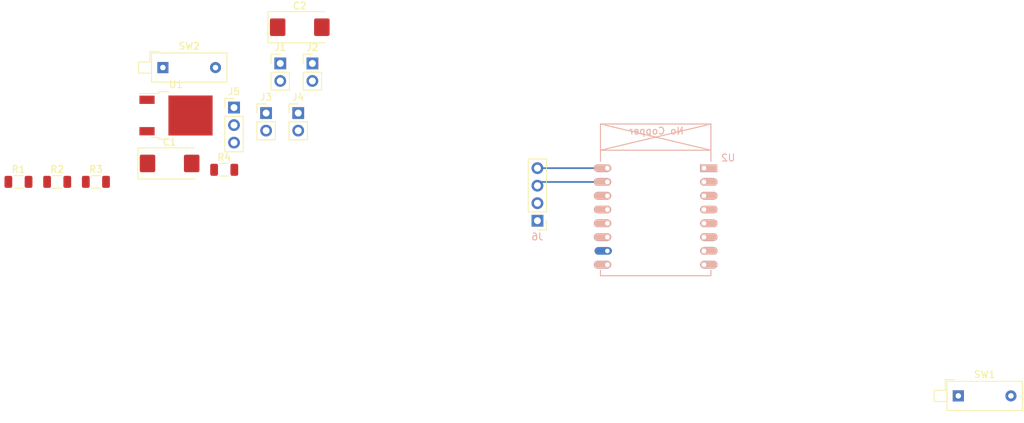
<source format=kicad_pcb>
(kicad_pcb (version 20171130) (host pcbnew 5.1.8-db9833491~88~ubuntu18.04.1)

  (general
    (thickness 1.6)
    (drawings 0)
    (tracks 3)
    (zones 0)
    (modules 16)
    (nets 18)
  )

  (page A4)
  (layers
    (0 F.Cu signal)
    (31 B.Cu signal)
    (32 B.Adhes user)
    (33 F.Adhes user)
    (34 B.Paste user)
    (35 F.Paste user)
    (36 B.SilkS user)
    (37 F.SilkS user)
    (38 B.Mask user)
    (39 F.Mask user)
    (40 Dwgs.User user)
    (41 Cmts.User user)
    (42 Eco1.User user)
    (43 Eco2.User user)
    (44 Edge.Cuts user)
    (45 Margin user)
    (46 B.CrtYd user)
    (47 F.CrtYd user)
    (48 B.Fab user)
    (49 F.Fab user)
  )

  (setup
    (last_trace_width 0.25)
    (trace_clearance 0.2)
    (zone_clearance 0.508)
    (zone_45_only no)
    (trace_min 0.2)
    (via_size 0.8)
    (via_drill 0.4)
    (via_min_size 0.4)
    (via_min_drill 0.3)
    (uvia_size 0.3)
    (uvia_drill 0.1)
    (uvias_allowed no)
    (uvia_min_size 0.2)
    (uvia_min_drill 0.1)
    (edge_width 0.05)
    (segment_width 0.2)
    (pcb_text_width 0.3)
    (pcb_text_size 1.5 1.5)
    (mod_edge_width 0.12)
    (mod_text_size 1 1)
    (mod_text_width 0.15)
    (pad_size 1.7 1.7)
    (pad_drill 1)
    (pad_to_mask_clearance 0)
    (aux_axis_origin 0 0)
    (visible_elements FFFFFF7F)
    (pcbplotparams
      (layerselection 0x010fc_ffffffff)
      (usegerberextensions false)
      (usegerberattributes true)
      (usegerberadvancedattributes true)
      (creategerberjobfile true)
      (excludeedgelayer true)
      (linewidth 0.100000)
      (plotframeref false)
      (viasonmask false)
      (mode 1)
      (useauxorigin false)
      (hpglpennumber 1)
      (hpglpenspeed 20)
      (hpglpendiameter 15.000000)
      (psnegative false)
      (psa4output false)
      (plotreference true)
      (plotvalue true)
      (plotinvisibletext false)
      (padsonsilk false)
      (subtractmaskfromsilk false)
      (outputformat 1)
      (mirror false)
      (drillshape 1)
      (scaleselection 1)
      (outputdirectory ""))
  )

  (net 0 "")
  (net 1 GND)
  (net 2 "Net-(C1-Pad1)")
  (net 3 +3V3)
  (net 4 "Net-(J2-Pad1)")
  (net 5 "Net-(J3-Pad1)")
  (net 6 "Net-(J4-Pad1)")
  (net 7 "Net-(J5-Pad2)")
  (net 8 "Net-(J6-Pad3)")
  (net 9 "Net-(J6-Pad4)")
  (net 10 "Net-(R1-Pad2)")
  (net 11 "Net-(R2-Pad2)")
  (net 12 "Net-(R3-Pad2)")
  (net 13 "Net-(R4-Pad1)")
  (net 14 "Net-(U2-Pad2)")
  (net 15 "Net-(U2-Pad11)")
  (net 16 "Net-(U2-Pad13)")
  (net 17 "Net-(U2-Pad14)")

  (net_class Default "This is the default net class."
    (clearance 0.2)
    (trace_width 0.25)
    (via_dia 0.8)
    (via_drill 0.4)
    (uvia_dia 0.3)
    (uvia_drill 0.1)
    (add_net +3V3)
    (add_net GND)
    (add_net "Net-(C1-Pad1)")
    (add_net "Net-(J2-Pad1)")
    (add_net "Net-(J3-Pad1)")
    (add_net "Net-(J4-Pad1)")
    (add_net "Net-(J5-Pad2)")
    (add_net "Net-(J6-Pad3)")
    (add_net "Net-(J6-Pad4)")
    (add_net "Net-(R1-Pad2)")
    (add_net "Net-(R2-Pad2)")
    (add_net "Net-(R3-Pad2)")
    (add_net "Net-(R4-Pad1)")
    (add_net "Net-(U2-Pad11)")
    (add_net "Net-(U2-Pad13)")
    (add_net "Net-(U2-Pad14)")
    (add_net "Net-(U2-Pad2)")
  )

  (module Connector_PinHeader_2.54mm:PinHeader_1x04_P2.54mm_Vertical (layer F.Cu) (tedit 5FC54ABD) (tstamp 5FC5C680)
    (at 170.18 128.27 180)
    (descr "Through hole straight pin header, 1x04, 2.54mm pitch, single row")
    (tags "Through hole pin header THT 1x04 2.54mm single row")
    (path /5FC4DC94)
    (fp_text reference J6 (at 0 -2.33 180) (layer B.SilkS)
      (effects (font (size 1 1) (thickness 0.15)) (justify mirror))
    )
    (fp_text value Conn_01x04_Male (at 0 9.95 180) (layer F.Fab)
      (effects (font (size 1 1) (thickness 0.15)))
    )
    (fp_line (start 1.8 -1.8) (end -1.8 -1.8) (layer F.CrtYd) (width 0.05))
    (fp_line (start 1.8 9.4) (end 1.8 -1.8) (layer F.CrtYd) (width 0.05))
    (fp_line (start -1.8 9.4) (end 1.8 9.4) (layer F.CrtYd) (width 0.05))
    (fp_line (start -1.8 -1.8) (end -1.8 9.4) (layer F.CrtYd) (width 0.05))
    (fp_line (start -1.33 -1.33) (end 0 -1.33) (layer F.SilkS) (width 0.12))
    (fp_line (start -1.33 0) (end -1.33 -1.33) (layer F.SilkS) (width 0.12))
    (fp_line (start -1.33 1.27) (end 1.33 1.27) (layer F.SilkS) (width 0.12))
    (fp_line (start 1.33 1.27) (end 1.33 8.95) (layer F.SilkS) (width 0.12))
    (fp_line (start -1.33 1.27) (end -1.33 8.95) (layer F.SilkS) (width 0.12))
    (fp_line (start -1.33 8.95) (end 1.33 8.95) (layer F.SilkS) (width 0.12))
    (fp_line (start -1.27 -0.635) (end -0.635 -1.27) (layer F.Fab) (width 0.1))
    (fp_line (start -1.27 8.89) (end -1.27 -0.635) (layer F.Fab) (width 0.1))
    (fp_line (start 1.27 8.89) (end -1.27 8.89) (layer F.Fab) (width 0.1))
    (fp_line (start 1.27 -1.27) (end 1.27 8.89) (layer F.Fab) (width 0.1))
    (fp_line (start -0.635 -1.27) (end 1.27 -1.27) (layer F.Fab) (width 0.1))
    (fp_text user %R (at 0 3.81 90) (layer B.Fab)
      (effects (font (size 1 1) (thickness 0.15)) (justify mirror))
    )
    (pad 1 thru_hole rect (at 0 0 180) (size 1.7 1.7) (drill 1) (layers B.Cu)
      (net 3 +3V3))
    (pad 2 thru_hole oval (at 0 2.54 180) (size 1.7 1.7) (drill 1) (layers *.Mask B.Cu)
      (net 1 GND))
    (pad 3 thru_hole oval (at 0 5.08 180) (size 1.7 1.7) (drill 1) (layers *.Mask B.Cu)
      (net 8 "Net-(J6-Pad3)"))
    (pad 4 thru_hole oval (at 0 7.62 180) (size 1.7 1.7) (drill 1) (layers *.Mask B.Cu)
      (net 9 "Net-(J6-Pad4)"))
    (model ${KISYS3DMOD}/Connector_PinHeader_2.54mm.3dshapes/PinHeader_1x04_P2.54mm_Vertical.wrl
      (at (xyz 0 0 0))
      (scale (xyz 1 1 1))
      (rotate (xyz 0 0 0))
    )
  )

  (module Capacitor_Tantalum_SMD:CP_EIA-7343-31_Kemet-D_Pad2.25x2.55mm_HandSolder (layer F.Cu) (tedit 5EBA9318) (tstamp 5FC5C5E6)
    (at 116.905001 119.965001)
    (descr "Tantalum Capacitor SMD Kemet-D (7343-31 Metric), IPC_7351 nominal, (Body size from: http://www.kemet.com/Lists/ProductCatalog/Attachments/253/KEM_TC101_STD.pdf), generated with kicad-footprint-generator")
    (tags "capacitor tantalum")
    (path /5FC3E2DE)
    (attr smd)
    (fp_text reference C1 (at 0 -3.1) (layer F.SilkS)
      (effects (font (size 1 1) (thickness 0.15)))
    )
    (fp_text value CP (at 0 3.1) (layer F.Fab)
      (effects (font (size 1 1) (thickness 0.15)))
    )
    (fp_text user %R (at 0 0) (layer F.Fab)
      (effects (font (size 1 1) (thickness 0.15)))
    )
    (fp_line (start 3.65 -2.15) (end -2.65 -2.15) (layer F.Fab) (width 0.1))
    (fp_line (start -2.65 -2.15) (end -3.65 -1.15) (layer F.Fab) (width 0.1))
    (fp_line (start -3.65 -1.15) (end -3.65 2.15) (layer F.Fab) (width 0.1))
    (fp_line (start -3.65 2.15) (end 3.65 2.15) (layer F.Fab) (width 0.1))
    (fp_line (start 3.65 2.15) (end 3.65 -2.15) (layer F.Fab) (width 0.1))
    (fp_line (start 3.65 -2.26) (end -4.585 -2.26) (layer F.SilkS) (width 0.12))
    (fp_line (start -4.585 -2.26) (end -4.585 2.26) (layer F.SilkS) (width 0.12))
    (fp_line (start -4.585 2.26) (end 3.65 2.26) (layer F.SilkS) (width 0.12))
    (fp_line (start -4.58 2.4) (end -4.58 -2.4) (layer F.CrtYd) (width 0.05))
    (fp_line (start -4.58 -2.4) (end 4.58 -2.4) (layer F.CrtYd) (width 0.05))
    (fp_line (start 4.58 -2.4) (end 4.58 2.4) (layer F.CrtYd) (width 0.05))
    (fp_line (start 4.58 2.4) (end -4.58 2.4) (layer F.CrtYd) (width 0.05))
    (pad 2 smd roundrect (at 3.2 0) (size 2.25 2.55) (layers F.Cu F.Paste F.Mask) (roundrect_rratio 0.111111)
      (net 1 GND))
    (pad 1 smd roundrect (at -3.2 0) (size 2.25 2.55) (layers F.Cu F.Paste F.Mask) (roundrect_rratio 0.111111)
      (net 2 "Net-(C1-Pad1)"))
    (model ${KISYS3DMOD}/Capacitor_Tantalum_SMD.3dshapes/CP_EIA-7343-31_Kemet-D.wrl
      (at (xyz 0 0 0))
      (scale (xyz 1 1 1))
      (rotate (xyz 0 0 0))
    )
  )

  (module Capacitor_Tantalum_SMD:CP_EIA-7343-31_Kemet-D_Pad2.25x2.55mm_HandSolder (layer F.Cu) (tedit 5EBA9318) (tstamp 5FC5C5F9)
    (at 135.755001 100.215001)
    (descr "Tantalum Capacitor SMD Kemet-D (7343-31 Metric), IPC_7351 nominal, (Body size from: http://www.kemet.com/Lists/ProductCatalog/Attachments/253/KEM_TC101_STD.pdf), generated with kicad-footprint-generator")
    (tags "capacitor tantalum")
    (path /5FC3DF8A)
    (attr smd)
    (fp_text reference C2 (at 0 -3.1) (layer F.SilkS)
      (effects (font (size 1 1) (thickness 0.15)))
    )
    (fp_text value CP (at 0 3.1) (layer F.Fab)
      (effects (font (size 1 1) (thickness 0.15)))
    )
    (fp_line (start 4.58 2.4) (end -4.58 2.4) (layer F.CrtYd) (width 0.05))
    (fp_line (start 4.58 -2.4) (end 4.58 2.4) (layer F.CrtYd) (width 0.05))
    (fp_line (start -4.58 -2.4) (end 4.58 -2.4) (layer F.CrtYd) (width 0.05))
    (fp_line (start -4.58 2.4) (end -4.58 -2.4) (layer F.CrtYd) (width 0.05))
    (fp_line (start -4.585 2.26) (end 3.65 2.26) (layer F.SilkS) (width 0.12))
    (fp_line (start -4.585 -2.26) (end -4.585 2.26) (layer F.SilkS) (width 0.12))
    (fp_line (start 3.65 -2.26) (end -4.585 -2.26) (layer F.SilkS) (width 0.12))
    (fp_line (start 3.65 2.15) (end 3.65 -2.15) (layer F.Fab) (width 0.1))
    (fp_line (start -3.65 2.15) (end 3.65 2.15) (layer F.Fab) (width 0.1))
    (fp_line (start -3.65 -1.15) (end -3.65 2.15) (layer F.Fab) (width 0.1))
    (fp_line (start -2.65 -2.15) (end -3.65 -1.15) (layer F.Fab) (width 0.1))
    (fp_line (start 3.65 -2.15) (end -2.65 -2.15) (layer F.Fab) (width 0.1))
    (fp_text user %R (at 0 0) (layer F.Fab)
      (effects (font (size 1 1) (thickness 0.15)))
    )
    (pad 1 smd roundrect (at -3.2 0) (size 2.25 2.55) (layers F.Cu F.Paste F.Mask) (roundrect_rratio 0.111111)
      (net 3 +3V3))
    (pad 2 smd roundrect (at 3.2 0) (size 2.25 2.55) (layers F.Cu F.Paste F.Mask) (roundrect_rratio 0.111111)
      (net 1 GND))
    (model ${KISYS3DMOD}/Capacitor_Tantalum_SMD.3dshapes/CP_EIA-7343-31_Kemet-D.wrl
      (at (xyz 0 0 0))
      (scale (xyz 1 1 1))
      (rotate (xyz 0 0 0))
    )
  )

  (module Connector_PinHeader_2.54mm:PinHeader_1x02_P2.54mm_Vertical (layer F.Cu) (tedit 59FED5CC) (tstamp 5FC5C60F)
    (at 132.935001 105.465001)
    (descr "Through hole straight pin header, 1x02, 2.54mm pitch, single row")
    (tags "Through hole pin header THT 1x02 2.54mm single row")
    (path /5FC545D9)
    (fp_text reference J1 (at 0 -2.33) (layer F.SilkS)
      (effects (font (size 1 1) (thickness 0.15)))
    )
    (fp_text value Conn_01x02_Male (at 0 4.87) (layer F.Fab)
      (effects (font (size 1 1) (thickness 0.15)))
    )
    (fp_line (start 1.8 -1.8) (end -1.8 -1.8) (layer F.CrtYd) (width 0.05))
    (fp_line (start 1.8 4.35) (end 1.8 -1.8) (layer F.CrtYd) (width 0.05))
    (fp_line (start -1.8 4.35) (end 1.8 4.35) (layer F.CrtYd) (width 0.05))
    (fp_line (start -1.8 -1.8) (end -1.8 4.35) (layer F.CrtYd) (width 0.05))
    (fp_line (start -1.33 -1.33) (end 0 -1.33) (layer F.SilkS) (width 0.12))
    (fp_line (start -1.33 0) (end -1.33 -1.33) (layer F.SilkS) (width 0.12))
    (fp_line (start -1.33 1.27) (end 1.33 1.27) (layer F.SilkS) (width 0.12))
    (fp_line (start 1.33 1.27) (end 1.33 3.87) (layer F.SilkS) (width 0.12))
    (fp_line (start -1.33 1.27) (end -1.33 3.87) (layer F.SilkS) (width 0.12))
    (fp_line (start -1.33 3.87) (end 1.33 3.87) (layer F.SilkS) (width 0.12))
    (fp_line (start -1.27 -0.635) (end -0.635 -1.27) (layer F.Fab) (width 0.1))
    (fp_line (start -1.27 3.81) (end -1.27 -0.635) (layer F.Fab) (width 0.1))
    (fp_line (start 1.27 3.81) (end -1.27 3.81) (layer F.Fab) (width 0.1))
    (fp_line (start 1.27 -1.27) (end 1.27 3.81) (layer F.Fab) (width 0.1))
    (fp_line (start -0.635 -1.27) (end 1.27 -1.27) (layer F.Fab) (width 0.1))
    (fp_text user %R (at 0 1.27 90) (layer F.Fab)
      (effects (font (size 1 1) (thickness 0.15)))
    )
    (pad 1 thru_hole rect (at 0 0) (size 1.7 1.7) (drill 1) (layers *.Cu *.Mask)
      (net 2 "Net-(C1-Pad1)"))
    (pad 2 thru_hole oval (at 0 2.54) (size 1.7 1.7) (drill 1) (layers *.Cu *.Mask)
      (net 1 GND))
    (model ${KISYS3DMOD}/Connector_PinHeader_2.54mm.3dshapes/PinHeader_1x02_P2.54mm_Vertical.wrl
      (at (xyz 0 0 0))
      (scale (xyz 1 1 1))
      (rotate (xyz 0 0 0))
    )
  )

  (module Connector_PinHeader_2.54mm:PinHeader_1x02_P2.54mm_Vertical (layer F.Cu) (tedit 59FED5CC) (tstamp 5FC5C625)
    (at 137.585001 105.465001)
    (descr "Through hole straight pin header, 1x02, 2.54mm pitch, single row")
    (tags "Through hole pin header THT 1x02 2.54mm single row")
    (path /5FC56D41)
    (fp_text reference J2 (at 0 -2.33) (layer F.SilkS)
      (effects (font (size 1 1) (thickness 0.15)))
    )
    (fp_text value Conn_01x02_Male (at 0 4.87) (layer F.Fab)
      (effects (font (size 1 1) (thickness 0.15)))
    )
    (fp_text user %R (at 0 1.27 90) (layer F.Fab)
      (effects (font (size 1 1) (thickness 0.15)))
    )
    (fp_line (start -0.635 -1.27) (end 1.27 -1.27) (layer F.Fab) (width 0.1))
    (fp_line (start 1.27 -1.27) (end 1.27 3.81) (layer F.Fab) (width 0.1))
    (fp_line (start 1.27 3.81) (end -1.27 3.81) (layer F.Fab) (width 0.1))
    (fp_line (start -1.27 3.81) (end -1.27 -0.635) (layer F.Fab) (width 0.1))
    (fp_line (start -1.27 -0.635) (end -0.635 -1.27) (layer F.Fab) (width 0.1))
    (fp_line (start -1.33 3.87) (end 1.33 3.87) (layer F.SilkS) (width 0.12))
    (fp_line (start -1.33 1.27) (end -1.33 3.87) (layer F.SilkS) (width 0.12))
    (fp_line (start 1.33 1.27) (end 1.33 3.87) (layer F.SilkS) (width 0.12))
    (fp_line (start -1.33 1.27) (end 1.33 1.27) (layer F.SilkS) (width 0.12))
    (fp_line (start -1.33 0) (end -1.33 -1.33) (layer F.SilkS) (width 0.12))
    (fp_line (start -1.33 -1.33) (end 0 -1.33) (layer F.SilkS) (width 0.12))
    (fp_line (start -1.8 -1.8) (end -1.8 4.35) (layer F.CrtYd) (width 0.05))
    (fp_line (start -1.8 4.35) (end 1.8 4.35) (layer F.CrtYd) (width 0.05))
    (fp_line (start 1.8 4.35) (end 1.8 -1.8) (layer F.CrtYd) (width 0.05))
    (fp_line (start 1.8 -1.8) (end -1.8 -1.8) (layer F.CrtYd) (width 0.05))
    (pad 2 thru_hole oval (at 0 2.54) (size 1.7 1.7) (drill 1) (layers *.Cu *.Mask)
      (net 1 GND))
    (pad 1 thru_hole rect (at 0 0) (size 1.7 1.7) (drill 1) (layers *.Cu *.Mask)
      (net 4 "Net-(J2-Pad1)"))
    (model ${KISYS3DMOD}/Connector_PinHeader_2.54mm.3dshapes/PinHeader_1x02_P2.54mm_Vertical.wrl
      (at (xyz 0 0 0))
      (scale (xyz 1 1 1))
      (rotate (xyz 0 0 0))
    )
  )

  (module Connector_PinHeader_2.54mm:PinHeader_1x02_P2.54mm_Vertical (layer F.Cu) (tedit 59FED5CC) (tstamp 5FC5C63B)
    (at 130.885001 112.665001)
    (descr "Through hole straight pin header, 1x02, 2.54mm pitch, single row")
    (tags "Through hole pin header THT 1x02 2.54mm single row")
    (path /5FC5737B)
    (fp_text reference J3 (at 0 -2.33) (layer F.SilkS)
      (effects (font (size 1 1) (thickness 0.15)))
    )
    (fp_text value Conn_01x02_Male (at 0 4.87) (layer F.Fab)
      (effects (font (size 1 1) (thickness 0.15)))
    )
    (fp_line (start 1.8 -1.8) (end -1.8 -1.8) (layer F.CrtYd) (width 0.05))
    (fp_line (start 1.8 4.35) (end 1.8 -1.8) (layer F.CrtYd) (width 0.05))
    (fp_line (start -1.8 4.35) (end 1.8 4.35) (layer F.CrtYd) (width 0.05))
    (fp_line (start -1.8 -1.8) (end -1.8 4.35) (layer F.CrtYd) (width 0.05))
    (fp_line (start -1.33 -1.33) (end 0 -1.33) (layer F.SilkS) (width 0.12))
    (fp_line (start -1.33 0) (end -1.33 -1.33) (layer F.SilkS) (width 0.12))
    (fp_line (start -1.33 1.27) (end 1.33 1.27) (layer F.SilkS) (width 0.12))
    (fp_line (start 1.33 1.27) (end 1.33 3.87) (layer F.SilkS) (width 0.12))
    (fp_line (start -1.33 1.27) (end -1.33 3.87) (layer F.SilkS) (width 0.12))
    (fp_line (start -1.33 3.87) (end 1.33 3.87) (layer F.SilkS) (width 0.12))
    (fp_line (start -1.27 -0.635) (end -0.635 -1.27) (layer F.Fab) (width 0.1))
    (fp_line (start -1.27 3.81) (end -1.27 -0.635) (layer F.Fab) (width 0.1))
    (fp_line (start 1.27 3.81) (end -1.27 3.81) (layer F.Fab) (width 0.1))
    (fp_line (start 1.27 -1.27) (end 1.27 3.81) (layer F.Fab) (width 0.1))
    (fp_line (start -0.635 -1.27) (end 1.27 -1.27) (layer F.Fab) (width 0.1))
    (fp_text user %R (at 0 1.27 90) (layer F.Fab)
      (effects (font (size 1 1) (thickness 0.15)))
    )
    (pad 1 thru_hole rect (at 0 0) (size 1.7 1.7) (drill 1) (layers *.Cu *.Mask)
      (net 5 "Net-(J3-Pad1)"))
    (pad 2 thru_hole oval (at 0 2.54) (size 1.7 1.7) (drill 1) (layers *.Cu *.Mask)
      (net 1 GND))
    (model ${KISYS3DMOD}/Connector_PinHeader_2.54mm.3dshapes/PinHeader_1x02_P2.54mm_Vertical.wrl
      (at (xyz 0 0 0))
      (scale (xyz 1 1 1))
      (rotate (xyz 0 0 0))
    )
  )

  (module Connector_PinHeader_2.54mm:PinHeader_1x02_P2.54mm_Vertical (layer F.Cu) (tedit 59FED5CC) (tstamp 5FC5C651)
    (at 135.535001 112.665001)
    (descr "Through hole straight pin header, 1x02, 2.54mm pitch, single row")
    (tags "Through hole pin header THT 1x02 2.54mm single row")
    (path /5FC57D5B)
    (fp_text reference J4 (at 0 -2.33) (layer F.SilkS)
      (effects (font (size 1 1) (thickness 0.15)))
    )
    (fp_text value Conn_01x02_Male (at 0 4.87) (layer F.Fab)
      (effects (font (size 1 1) (thickness 0.15)))
    )
    (fp_text user %R (at 0 1.27 90) (layer F.Fab)
      (effects (font (size 1 1) (thickness 0.15)))
    )
    (fp_line (start -0.635 -1.27) (end 1.27 -1.27) (layer F.Fab) (width 0.1))
    (fp_line (start 1.27 -1.27) (end 1.27 3.81) (layer F.Fab) (width 0.1))
    (fp_line (start 1.27 3.81) (end -1.27 3.81) (layer F.Fab) (width 0.1))
    (fp_line (start -1.27 3.81) (end -1.27 -0.635) (layer F.Fab) (width 0.1))
    (fp_line (start -1.27 -0.635) (end -0.635 -1.27) (layer F.Fab) (width 0.1))
    (fp_line (start -1.33 3.87) (end 1.33 3.87) (layer F.SilkS) (width 0.12))
    (fp_line (start -1.33 1.27) (end -1.33 3.87) (layer F.SilkS) (width 0.12))
    (fp_line (start 1.33 1.27) (end 1.33 3.87) (layer F.SilkS) (width 0.12))
    (fp_line (start -1.33 1.27) (end 1.33 1.27) (layer F.SilkS) (width 0.12))
    (fp_line (start -1.33 0) (end -1.33 -1.33) (layer F.SilkS) (width 0.12))
    (fp_line (start -1.33 -1.33) (end 0 -1.33) (layer F.SilkS) (width 0.12))
    (fp_line (start -1.8 -1.8) (end -1.8 4.35) (layer F.CrtYd) (width 0.05))
    (fp_line (start -1.8 4.35) (end 1.8 4.35) (layer F.CrtYd) (width 0.05))
    (fp_line (start 1.8 4.35) (end 1.8 -1.8) (layer F.CrtYd) (width 0.05))
    (fp_line (start 1.8 -1.8) (end -1.8 -1.8) (layer F.CrtYd) (width 0.05))
    (pad 2 thru_hole oval (at 0 2.54) (size 1.7 1.7) (drill 1) (layers *.Cu *.Mask)
      (net 1 GND))
    (pad 1 thru_hole rect (at 0 0) (size 1.7 1.7) (drill 1) (layers *.Cu *.Mask)
      (net 6 "Net-(J4-Pad1)"))
    (model ${KISYS3DMOD}/Connector_PinHeader_2.54mm.3dshapes/PinHeader_1x02_P2.54mm_Vertical.wrl
      (at (xyz 0 0 0))
      (scale (xyz 1 1 1))
      (rotate (xyz 0 0 0))
    )
  )

  (module Connector_PinHeader_2.54mm:PinHeader_1x03_P2.54mm_Vertical (layer F.Cu) (tedit 59FED5CC) (tstamp 5FC5C668)
    (at 126.235001 111.865001)
    (descr "Through hole straight pin header, 1x03, 2.54mm pitch, single row")
    (tags "Through hole pin header THT 1x03 2.54mm single row")
    (path /5FC5D74E)
    (fp_text reference J5 (at 0 -2.33) (layer F.SilkS)
      (effects (font (size 1 1) (thickness 0.15)))
    )
    (fp_text value Conn_01x03_Male (at 0 7.41) (layer F.Fab)
      (effects (font (size 1 1) (thickness 0.15)))
    )
    (fp_line (start 1.8 -1.8) (end -1.8 -1.8) (layer F.CrtYd) (width 0.05))
    (fp_line (start 1.8 6.85) (end 1.8 -1.8) (layer F.CrtYd) (width 0.05))
    (fp_line (start -1.8 6.85) (end 1.8 6.85) (layer F.CrtYd) (width 0.05))
    (fp_line (start -1.8 -1.8) (end -1.8 6.85) (layer F.CrtYd) (width 0.05))
    (fp_line (start -1.33 -1.33) (end 0 -1.33) (layer F.SilkS) (width 0.12))
    (fp_line (start -1.33 0) (end -1.33 -1.33) (layer F.SilkS) (width 0.12))
    (fp_line (start -1.33 1.27) (end 1.33 1.27) (layer F.SilkS) (width 0.12))
    (fp_line (start 1.33 1.27) (end 1.33 6.41) (layer F.SilkS) (width 0.12))
    (fp_line (start -1.33 1.27) (end -1.33 6.41) (layer F.SilkS) (width 0.12))
    (fp_line (start -1.33 6.41) (end 1.33 6.41) (layer F.SilkS) (width 0.12))
    (fp_line (start -1.27 -0.635) (end -0.635 -1.27) (layer F.Fab) (width 0.1))
    (fp_line (start -1.27 6.35) (end -1.27 -0.635) (layer F.Fab) (width 0.1))
    (fp_line (start 1.27 6.35) (end -1.27 6.35) (layer F.Fab) (width 0.1))
    (fp_line (start 1.27 -1.27) (end 1.27 6.35) (layer F.Fab) (width 0.1))
    (fp_line (start -0.635 -1.27) (end 1.27 -1.27) (layer F.Fab) (width 0.1))
    (fp_text user %R (at 0 2.54 90) (layer F.Fab)
      (effects (font (size 1 1) (thickness 0.15)))
    )
    (pad 1 thru_hole rect (at 0 0) (size 1.7 1.7) (drill 1) (layers *.Cu *.Mask)
      (net 3 +3V3))
    (pad 2 thru_hole oval (at 0 2.54) (size 1.7 1.7) (drill 1) (layers *.Cu *.Mask)
      (net 7 "Net-(J5-Pad2)"))
    (pad 3 thru_hole oval (at 0 5.08) (size 1.7 1.7) (drill 1) (layers *.Cu *.Mask)
      (net 1 GND))
    (model ${KISYS3DMOD}/Connector_PinHeader_2.54mm.3dshapes/PinHeader_1x03_P2.54mm_Vertical.wrl
      (at (xyz 0 0 0))
      (scale (xyz 1 1 1))
      (rotate (xyz 0 0 0))
    )
  )

  (module Resistor_SMD:R_1206_3216Metric (layer F.Cu) (tedit 5F68FEEE) (tstamp 5FC5C691)
    (at 95.015001 122.635001)
    (descr "Resistor SMD 1206 (3216 Metric), square (rectangular) end terminal, IPC_7351 nominal, (Body size source: IPC-SM-782 page 72, https://www.pcb-3d.com/wordpress/wp-content/uploads/ipc-sm-782a_amendment_1_and_2.pdf), generated with kicad-footprint-generator")
    (tags resistor)
    (path /5FC42724)
    (attr smd)
    (fp_text reference R1 (at 0 -1.82) (layer F.SilkS)
      (effects (font (size 1 1) (thickness 0.15)))
    )
    (fp_text value 10kOm (at 0 1.82) (layer F.Fab)
      (effects (font (size 1 1) (thickness 0.15)))
    )
    (fp_text user %R (at 0 0) (layer F.Fab)
      (effects (font (size 0.8 0.8) (thickness 0.12)))
    )
    (fp_line (start -1.6 0.8) (end -1.6 -0.8) (layer F.Fab) (width 0.1))
    (fp_line (start -1.6 -0.8) (end 1.6 -0.8) (layer F.Fab) (width 0.1))
    (fp_line (start 1.6 -0.8) (end 1.6 0.8) (layer F.Fab) (width 0.1))
    (fp_line (start 1.6 0.8) (end -1.6 0.8) (layer F.Fab) (width 0.1))
    (fp_line (start -0.727064 -0.91) (end 0.727064 -0.91) (layer F.SilkS) (width 0.12))
    (fp_line (start -0.727064 0.91) (end 0.727064 0.91) (layer F.SilkS) (width 0.12))
    (fp_line (start -2.28 1.12) (end -2.28 -1.12) (layer F.CrtYd) (width 0.05))
    (fp_line (start -2.28 -1.12) (end 2.28 -1.12) (layer F.CrtYd) (width 0.05))
    (fp_line (start 2.28 -1.12) (end 2.28 1.12) (layer F.CrtYd) (width 0.05))
    (fp_line (start 2.28 1.12) (end -2.28 1.12) (layer F.CrtYd) (width 0.05))
    (pad 2 smd roundrect (at 1.4625 0) (size 1.125 1.75) (layers F.Cu F.Paste F.Mask) (roundrect_rratio 0.222222)
      (net 10 "Net-(R1-Pad2)"))
    (pad 1 smd roundrect (at -1.4625 0) (size 1.125 1.75) (layers F.Cu F.Paste F.Mask) (roundrect_rratio 0.222222)
      (net 3 +3V3))
    (model ${KISYS3DMOD}/Resistor_SMD.3dshapes/R_1206_3216Metric.wrl
      (at (xyz 0 0 0))
      (scale (xyz 1 1 1))
      (rotate (xyz 0 0 0))
    )
  )

  (module Resistor_SMD:R_1206_3216Metric (layer F.Cu) (tedit 5F68FEEE) (tstamp 5FC5C6A2)
    (at 100.625001 122.635001)
    (descr "Resistor SMD 1206 (3216 Metric), square (rectangular) end terminal, IPC_7351 nominal, (Body size source: IPC-SM-782 page 72, https://www.pcb-3d.com/wordpress/wp-content/uploads/ipc-sm-782a_amendment_1_and_2.pdf), generated with kicad-footprint-generator")
    (tags resistor)
    (path /5FC42E7A)
    (attr smd)
    (fp_text reference R2 (at 0 -1.82) (layer F.SilkS)
      (effects (font (size 1 1) (thickness 0.15)))
    )
    (fp_text value R (at 0 1.82) (layer F.Fab)
      (effects (font (size 1 1) (thickness 0.15)))
    )
    (fp_line (start 2.28 1.12) (end -2.28 1.12) (layer F.CrtYd) (width 0.05))
    (fp_line (start 2.28 -1.12) (end 2.28 1.12) (layer F.CrtYd) (width 0.05))
    (fp_line (start -2.28 -1.12) (end 2.28 -1.12) (layer F.CrtYd) (width 0.05))
    (fp_line (start -2.28 1.12) (end -2.28 -1.12) (layer F.CrtYd) (width 0.05))
    (fp_line (start -0.727064 0.91) (end 0.727064 0.91) (layer F.SilkS) (width 0.12))
    (fp_line (start -0.727064 -0.91) (end 0.727064 -0.91) (layer F.SilkS) (width 0.12))
    (fp_line (start 1.6 0.8) (end -1.6 0.8) (layer F.Fab) (width 0.1))
    (fp_line (start 1.6 -0.8) (end 1.6 0.8) (layer F.Fab) (width 0.1))
    (fp_line (start -1.6 -0.8) (end 1.6 -0.8) (layer F.Fab) (width 0.1))
    (fp_line (start -1.6 0.8) (end -1.6 -0.8) (layer F.Fab) (width 0.1))
    (fp_text user %R (at 0 0) (layer F.Fab)
      (effects (font (size 0.8 0.8) (thickness 0.12)))
    )
    (pad 1 smd roundrect (at -1.4625 0) (size 1.125 1.75) (layers F.Cu F.Paste F.Mask) (roundrect_rratio 0.222222)
      (net 3 +3V3))
    (pad 2 smd roundrect (at 1.4625 0) (size 1.125 1.75) (layers F.Cu F.Paste F.Mask) (roundrect_rratio 0.222222)
      (net 11 "Net-(R2-Pad2)"))
    (model ${KISYS3DMOD}/Resistor_SMD.3dshapes/R_1206_3216Metric.wrl
      (at (xyz 0 0 0))
      (scale (xyz 1 1 1))
      (rotate (xyz 0 0 0))
    )
  )

  (module Resistor_SMD:R_1206_3216Metric (layer F.Cu) (tedit 5F68FEEE) (tstamp 5FC5C6B3)
    (at 106.235001 122.635001)
    (descr "Resistor SMD 1206 (3216 Metric), square (rectangular) end terminal, IPC_7351 nominal, (Body size source: IPC-SM-782 page 72, https://www.pcb-3d.com/wordpress/wp-content/uploads/ipc-sm-782a_amendment_1_and_2.pdf), generated with kicad-footprint-generator")
    (tags resistor)
    (path /5FC43A61)
    (attr smd)
    (fp_text reference R3 (at 0 -1.82) (layer F.SilkS)
      (effects (font (size 1 1) (thickness 0.15)))
    )
    (fp_text value R (at 0 1.82) (layer F.Fab)
      (effects (font (size 1 1) (thickness 0.15)))
    )
    (fp_text user %R (at 0 0) (layer F.Fab)
      (effects (font (size 0.8 0.8) (thickness 0.12)))
    )
    (fp_line (start -1.6 0.8) (end -1.6 -0.8) (layer F.Fab) (width 0.1))
    (fp_line (start -1.6 -0.8) (end 1.6 -0.8) (layer F.Fab) (width 0.1))
    (fp_line (start 1.6 -0.8) (end 1.6 0.8) (layer F.Fab) (width 0.1))
    (fp_line (start 1.6 0.8) (end -1.6 0.8) (layer F.Fab) (width 0.1))
    (fp_line (start -0.727064 -0.91) (end 0.727064 -0.91) (layer F.SilkS) (width 0.12))
    (fp_line (start -0.727064 0.91) (end 0.727064 0.91) (layer F.SilkS) (width 0.12))
    (fp_line (start -2.28 1.12) (end -2.28 -1.12) (layer F.CrtYd) (width 0.05))
    (fp_line (start -2.28 -1.12) (end 2.28 -1.12) (layer F.CrtYd) (width 0.05))
    (fp_line (start 2.28 -1.12) (end 2.28 1.12) (layer F.CrtYd) (width 0.05))
    (fp_line (start 2.28 1.12) (end -2.28 1.12) (layer F.CrtYd) (width 0.05))
    (pad 2 smd roundrect (at 1.4625 0) (size 1.125 1.75) (layers F.Cu F.Paste F.Mask) (roundrect_rratio 0.222222)
      (net 12 "Net-(R3-Pad2)"))
    (pad 1 smd roundrect (at -1.4625 0) (size 1.125 1.75) (layers F.Cu F.Paste F.Mask) (roundrect_rratio 0.222222)
      (net 3 +3V3))
    (model ${KISYS3DMOD}/Resistor_SMD.3dshapes/R_1206_3216Metric.wrl
      (at (xyz 0 0 0))
      (scale (xyz 1 1 1))
      (rotate (xyz 0 0 0))
    )
  )

  (module Resistor_SMD:R_1206_3216Metric (layer F.Cu) (tedit 5F68FEEE) (tstamp 5FC5C6C4)
    (at 124.815001 120.885001)
    (descr "Resistor SMD 1206 (3216 Metric), square (rectangular) end terminal, IPC_7351 nominal, (Body size source: IPC-SM-782 page 72, https://www.pcb-3d.com/wordpress/wp-content/uploads/ipc-sm-782a_amendment_1_and_2.pdf), generated with kicad-footprint-generator")
    (tags resistor)
    (path /5FC40F3C)
    (attr smd)
    (fp_text reference R4 (at 0 -1.82) (layer F.SilkS)
      (effects (font (size 1 1) (thickness 0.15)))
    )
    (fp_text value R (at 0 1.82) (layer F.Fab)
      (effects (font (size 1 1) (thickness 0.15)))
    )
    (fp_line (start 2.28 1.12) (end -2.28 1.12) (layer F.CrtYd) (width 0.05))
    (fp_line (start 2.28 -1.12) (end 2.28 1.12) (layer F.CrtYd) (width 0.05))
    (fp_line (start -2.28 -1.12) (end 2.28 -1.12) (layer F.CrtYd) (width 0.05))
    (fp_line (start -2.28 1.12) (end -2.28 -1.12) (layer F.CrtYd) (width 0.05))
    (fp_line (start -0.727064 0.91) (end 0.727064 0.91) (layer F.SilkS) (width 0.12))
    (fp_line (start -0.727064 -0.91) (end 0.727064 -0.91) (layer F.SilkS) (width 0.12))
    (fp_line (start 1.6 0.8) (end -1.6 0.8) (layer F.Fab) (width 0.1))
    (fp_line (start 1.6 -0.8) (end 1.6 0.8) (layer F.Fab) (width 0.1))
    (fp_line (start -1.6 -0.8) (end 1.6 -0.8) (layer F.Fab) (width 0.1))
    (fp_line (start -1.6 0.8) (end -1.6 -0.8) (layer F.Fab) (width 0.1))
    (fp_text user %R (at 0 0) (layer F.Fab)
      (effects (font (size 0.8 0.8) (thickness 0.12)))
    )
    (pad 1 smd roundrect (at -1.4625 0) (size 1.125 1.75) (layers F.Cu F.Paste F.Mask) (roundrect_rratio 0.222222)
      (net 13 "Net-(R4-Pad1)"))
    (pad 2 smd roundrect (at 1.4625 0) (size 1.125 1.75) (layers F.Cu F.Paste F.Mask) (roundrect_rratio 0.222222)
      (net 1 GND))
    (model ${KISYS3DMOD}/Resistor_SMD.3dshapes/R_1206_3216Metric.wrl
      (at (xyz 0 0 0))
      (scale (xyz 1 1 1))
      (rotate (xyz 0 0 0))
    )
  )

  (module Button_Switch_THT:SW_DIP_SPSTx01_Piano_10.8x4.1mm_W7.62mm_P2.54mm (layer F.Cu) (tedit 5A4E1404) (tstamp 5FC5C6E2)
    (at 231.14 153.67)
    (descr "1x-dip-switch SPST , Piano, row spacing 7.62 mm (300 mils), body size 10.8x4.1mm")
    (tags "DIP Switch SPST Piano 7.62mm 300mil")
    (path /5FC491C9)
    (fp_text reference SW1 (at 3.81 -3.11) (layer F.SilkS)
      (effects (font (size 1 1) (thickness 0.15)))
    )
    (fp_text value SW_DIP_x01 (at 3.81 3.11) (layer F.Fab)
      (effects (font (size 1 1) (thickness 0.15)))
    )
    (fp_text user %R (at 3.81 0) (layer F.Fab)
      (effects (font (size 0.6 0.6) (thickness 0.09)))
    )
    (fp_line (start -0.59 -2.05) (end 9.21 -2.05) (layer F.Fab) (width 0.1))
    (fp_line (start 9.21 -2.05) (end 9.21 2.05) (layer F.Fab) (width 0.1))
    (fp_line (start 9.21 2.05) (end -1.59 2.05) (layer F.Fab) (width 0.1))
    (fp_line (start -1.59 2.05) (end -1.59 -1.05) (layer F.Fab) (width 0.1))
    (fp_line (start -1.59 -1.05) (end -0.59 -2.05) (layer F.Fab) (width 0.1))
    (fp_line (start -1.59 -0.75) (end -1.59 0.75) (layer F.Fab) (width 0.1))
    (fp_line (start -1.59 0.75) (end -3.39 0.75) (layer F.Fab) (width 0.1))
    (fp_line (start -3.39 0.75) (end -3.39 -0.75) (layer F.Fab) (width 0.1))
    (fp_line (start -3.39 -0.75) (end -1.59 -0.75) (layer F.Fab) (width 0.1))
    (fp_line (start -1.65 -2.11) (end 9.27 -2.11) (layer F.SilkS) (width 0.12))
    (fp_line (start -1.65 2.11) (end 9.27 2.11) (layer F.SilkS) (width 0.12))
    (fp_line (start -1.65 -2.11) (end -1.65 2.11) (layer F.SilkS) (width 0.12))
    (fp_line (start 9.27 -2.11) (end 9.27 2.11) (layer F.SilkS) (width 0.12))
    (fp_line (start -1.89 -2.35) (end -0.507 -2.35) (layer F.SilkS) (width 0.12))
    (fp_line (start -1.89 -2.35) (end -1.89 -0.967) (layer F.SilkS) (width 0.12))
    (fp_line (start -3.51 -0.81) (end -1.65 -0.81) (layer F.SilkS) (width 0.12))
    (fp_line (start -3.51 0.81) (end -1.65 0.81) (layer F.SilkS) (width 0.12))
    (fp_line (start -3.51 -0.81) (end -3.51 0.81) (layer F.SilkS) (width 0.12))
    (fp_line (start -1.65 -0.81) (end -1.65 0.81) (layer F.SilkS) (width 0.12))
    (fp_line (start -3.65 -2.4) (end -3.65 2.4) (layer F.CrtYd) (width 0.05))
    (fp_line (start -3.65 2.4) (end 9.5 2.4) (layer F.CrtYd) (width 0.05))
    (fp_line (start 9.5 2.4) (end 9.5 -2.4) (layer F.CrtYd) (width 0.05))
    (fp_line (start 9.5 -2.4) (end -3.65 -2.4) (layer F.CrtYd) (width 0.05))
    (pad 2 thru_hole oval (at 7.62 0) (size 1.6 1.6) (drill 0.8) (layers *.Cu *.Mask)
      (net 11 "Net-(R2-Pad2)"))
    (pad 1 thru_hole rect (at 0 0) (size 1.6 1.6) (drill 0.8) (layers *.Cu *.Mask)
      (net 1 GND))
    (model ${KISYS3DMOD}/Button_Switch_THT.3dshapes/SW_DIP_SPSTx01_Piano_10.8x4.1mm_W7.62mm_P2.54mm.wrl
      (at (xyz 0 0 0))
      (scale (xyz 1 1 1))
      (rotate (xyz 0 0 90))
    )
  )

  (module Button_Switch_THT:SW_DIP_SPSTx01_Piano_10.8x4.1mm_W7.62mm_P2.54mm (layer F.Cu) (tedit 5A4E1404) (tstamp 5FC5C700)
    (at 115.935001 106.065001)
    (descr "1x-dip-switch SPST , Piano, row spacing 7.62 mm (300 mils), body size 10.8x4.1mm")
    (tags "DIP Switch SPST Piano 7.62mm 300mil")
    (path /5FC466A2)
    (fp_text reference SW2 (at 3.81 -3.11) (layer F.SilkS)
      (effects (font (size 1 1) (thickness 0.15)))
    )
    (fp_text value SW_DIP_x01 (at 3.81 3.11) (layer F.Fab)
      (effects (font (size 1 1) (thickness 0.15)))
    )
    (fp_line (start 9.5 -2.4) (end -3.65 -2.4) (layer F.CrtYd) (width 0.05))
    (fp_line (start 9.5 2.4) (end 9.5 -2.4) (layer F.CrtYd) (width 0.05))
    (fp_line (start -3.65 2.4) (end 9.5 2.4) (layer F.CrtYd) (width 0.05))
    (fp_line (start -3.65 -2.4) (end -3.65 2.4) (layer F.CrtYd) (width 0.05))
    (fp_line (start -1.65 -0.81) (end -1.65 0.81) (layer F.SilkS) (width 0.12))
    (fp_line (start -3.51 -0.81) (end -3.51 0.81) (layer F.SilkS) (width 0.12))
    (fp_line (start -3.51 0.81) (end -1.65 0.81) (layer F.SilkS) (width 0.12))
    (fp_line (start -3.51 -0.81) (end -1.65 -0.81) (layer F.SilkS) (width 0.12))
    (fp_line (start -1.89 -2.35) (end -1.89 -0.967) (layer F.SilkS) (width 0.12))
    (fp_line (start -1.89 -2.35) (end -0.507 -2.35) (layer F.SilkS) (width 0.12))
    (fp_line (start 9.27 -2.11) (end 9.27 2.11) (layer F.SilkS) (width 0.12))
    (fp_line (start -1.65 -2.11) (end -1.65 2.11) (layer F.SilkS) (width 0.12))
    (fp_line (start -1.65 2.11) (end 9.27 2.11) (layer F.SilkS) (width 0.12))
    (fp_line (start -1.65 -2.11) (end 9.27 -2.11) (layer F.SilkS) (width 0.12))
    (fp_line (start -3.39 -0.75) (end -1.59 -0.75) (layer F.Fab) (width 0.1))
    (fp_line (start -3.39 0.75) (end -3.39 -0.75) (layer F.Fab) (width 0.1))
    (fp_line (start -1.59 0.75) (end -3.39 0.75) (layer F.Fab) (width 0.1))
    (fp_line (start -1.59 -0.75) (end -1.59 0.75) (layer F.Fab) (width 0.1))
    (fp_line (start -1.59 -1.05) (end -0.59 -2.05) (layer F.Fab) (width 0.1))
    (fp_line (start -1.59 2.05) (end -1.59 -1.05) (layer F.Fab) (width 0.1))
    (fp_line (start 9.21 2.05) (end -1.59 2.05) (layer F.Fab) (width 0.1))
    (fp_line (start 9.21 -2.05) (end 9.21 2.05) (layer F.Fab) (width 0.1))
    (fp_line (start -0.59 -2.05) (end 9.21 -2.05) (layer F.Fab) (width 0.1))
    (fp_text user %R (at 3.81 0) (layer F.Fab)
      (effects (font (size 0.6 0.6) (thickness 0.09)))
    )
    (pad 1 thru_hole rect (at 0 0) (size 1.6 1.6) (drill 0.8) (layers *.Cu *.Mask)
      (net 12 "Net-(R3-Pad2)"))
    (pad 2 thru_hole oval (at 7.62 0) (size 1.6 1.6) (drill 0.8) (layers *.Cu *.Mask)
      (net 1 GND))
    (model ${KISYS3DMOD}/Button_Switch_THT.3dshapes/SW_DIP_SPSTx01_Piano_10.8x4.1mm_W7.62mm_P2.54mm.wrl
      (at (xyz 0 0 0))
      (scale (xyz 1 1 1))
      (rotate (xyz 0 0 90))
    )
  )

  (module Package_TO_SOT_SMD:TO-252-2 (layer F.Cu) (tedit 5A70A390) (tstamp 5FC5C724)
    (at 117.835001 113.015001)
    (descr "TO-252 / DPAK SMD package, http://www.infineon.com/cms/en/product/packages/PG-TO252/PG-TO252-3-1/")
    (tags "DPAK TO-252 DPAK-3 TO-252-3 SOT-428")
    (path /5FC3D23D)
    (attr smd)
    (fp_text reference U1 (at 0 -4.5) (layer F.SilkS)
      (effects (font (size 1 1) (thickness 0.15)))
    )
    (fp_text value LM1117-3.3 (at 0 4.5) (layer F.Fab)
      (effects (font (size 1 1) (thickness 0.15)))
    )
    (fp_line (start 5.55 -3.5) (end -5.55 -3.5) (layer F.CrtYd) (width 0.05))
    (fp_line (start 5.55 3.5) (end 5.55 -3.5) (layer F.CrtYd) (width 0.05))
    (fp_line (start -5.55 3.5) (end 5.55 3.5) (layer F.CrtYd) (width 0.05))
    (fp_line (start -5.55 -3.5) (end -5.55 3.5) (layer F.CrtYd) (width 0.05))
    (fp_line (start -2.47 3.18) (end -3.57 3.18) (layer F.SilkS) (width 0.12))
    (fp_line (start -2.47 3.45) (end -2.47 3.18) (layer F.SilkS) (width 0.12))
    (fp_line (start -0.97 3.45) (end -2.47 3.45) (layer F.SilkS) (width 0.12))
    (fp_line (start -2.47 -3.18) (end -5.3 -3.18) (layer F.SilkS) (width 0.12))
    (fp_line (start -2.47 -3.45) (end -2.47 -3.18) (layer F.SilkS) (width 0.12))
    (fp_line (start -0.97 -3.45) (end -2.47 -3.45) (layer F.SilkS) (width 0.12))
    (fp_line (start -4.97 2.655) (end -2.27 2.655) (layer F.Fab) (width 0.1))
    (fp_line (start -4.97 1.905) (end -4.97 2.655) (layer F.Fab) (width 0.1))
    (fp_line (start -2.27 1.905) (end -4.97 1.905) (layer F.Fab) (width 0.1))
    (fp_line (start -4.97 -1.905) (end -2.27 -1.905) (layer F.Fab) (width 0.1))
    (fp_line (start -4.97 -2.655) (end -4.97 -1.905) (layer F.Fab) (width 0.1))
    (fp_line (start -1.865 -2.655) (end -4.97 -2.655) (layer F.Fab) (width 0.1))
    (fp_line (start -1.27 -3.25) (end 3.95 -3.25) (layer F.Fab) (width 0.1))
    (fp_line (start -2.27 -2.25) (end -1.27 -3.25) (layer F.Fab) (width 0.1))
    (fp_line (start -2.27 3.25) (end -2.27 -2.25) (layer F.Fab) (width 0.1))
    (fp_line (start 3.95 3.25) (end -2.27 3.25) (layer F.Fab) (width 0.1))
    (fp_line (start 3.95 -3.25) (end 3.95 3.25) (layer F.Fab) (width 0.1))
    (fp_line (start 4.95 2.7) (end 3.95 2.7) (layer F.Fab) (width 0.1))
    (fp_line (start 4.95 -2.7) (end 4.95 2.7) (layer F.Fab) (width 0.1))
    (fp_line (start 3.95 -2.7) (end 4.95 -2.7) (layer F.Fab) (width 0.1))
    (fp_text user %R (at 0 0) (layer F.Fab)
      (effects (font (size 1 1) (thickness 0.15)))
    )
    (pad 1 smd rect (at -4.2 -2.28) (size 2.2 1.2) (layers F.Cu F.Paste F.Mask)
      (net 1 GND))
    (pad 3 smd rect (at -4.2 2.28) (size 2.2 1.2) (layers F.Cu F.Paste F.Mask)
      (net 2 "Net-(C1-Pad1)"))
    (pad 2 smd rect (at 2.1 0) (size 6.4 5.8) (layers F.Cu F.Mask)
      (net 3 +3V3))
    (pad "" smd rect (at 3.775 1.525) (size 3.05 2.75) (layers F.Paste))
    (pad "" smd rect (at 0.425 -1.525) (size 3.05 2.75) (layers F.Paste))
    (pad "" smd rect (at 3.775 -1.525) (size 3.05 2.75) (layers F.Paste))
    (pad "" smd rect (at 0.425 1.525) (size 3.05 2.75) (layers F.Paste))
    (model ${KISYS3DMOD}/Package_TO_SOT_SMD.3dshapes/TO-252-2.wrl
      (at (xyz 0 0 0))
      (scale (xyz 1 1 1))
      (rotate (xyz 0 0 0))
    )
  )

  (module ESP8266:ESP-07v2 (layer B.Cu) (tedit 5FC54AA7) (tstamp 5FC5C74B)
    (at 194.31 120.65 180)
    (descr "Module, ESP-8266, ESP-07v2, 16 pad, SMD")
    (tags "Module ESP-8266 ESP8266")
    (path /5FC3C499)
    (fp_text reference U2 (at -3.5 1.5) (layer B.SilkS)
      (effects (font (size 1 1) (thickness 0.15)) (justify mirror))
    )
    (fp_text value ESP-07v2 (at 7.25 -2.25) (layer B.Fab)
      (effects (font (size 1 1) (thickness 0.15)) (justify mirror))
    )
    (fp_line (start -1 6.4) (end 15 6.4) (layer B.Fab) (width 0.05))
    (fp_line (start -1.008 -15.6) (end -1.008 6.4) (layer B.Fab) (width 0.05))
    (fp_line (start 15 -15.6) (end -1 -15.6) (layer B.Fab) (width 0.05))
    (fp_line (start 15 6.4) (end 15 -15.6) (layer B.Fab) (width 0.05))
    (fp_line (start -1.008 2.6) (end 14.992 2.6) (layer B.SilkS) (width 0.1524))
    (fp_line (start -1 6.4) (end 15 2.6) (layer B.SilkS) (width 0.1524))
    (fp_line (start 15 6.4) (end -1 2.6) (layer B.SilkS) (width 0.1524))
    (fp_line (start 15 -15.6) (end 15 -14.8) (layer B.SilkS) (width 0.1524))
    (fp_line (start -1 -15.6) (end 15 -15.6) (layer B.SilkS) (width 0.1524))
    (fp_line (start -1 -14.8) (end -1 -15.6) (layer B.SilkS) (width 0.1524))
    (fp_line (start -1 6.4) (end -1 1) (layer B.SilkS) (width 0.1524))
    (fp_line (start 15 6.4) (end 15 1) (layer B.SilkS) (width 0.1524))
    (fp_line (start -1 6.4) (end 15 6.4) (layer B.SilkS) (width 0.1524))
    (fp_line (start -2.25 -16) (end -2.25 0.5) (layer B.CrtYd) (width 0.05))
    (fp_line (start 16.25 -16) (end -2.25 -16) (layer B.CrtYd) (width 0.05))
    (fp_line (start 16.25 6.65) (end 16.25 -16) (layer B.CrtYd) (width 0.05))
    (fp_line (start -2.25 6.65) (end 16.25 6.65) (layer B.CrtYd) (width 0.05))
    (fp_line (start -2.25 0.5) (end -2.25 6.65) (layer B.CrtYd) (width 0.05))
    (fp_text user "No Copper" (at 6.892 5.4) (layer B.SilkS)
      (effects (font (size 1 1) (thickness 0.15)) (justify mirror))
    )
    (pad 1 thru_hole rect (at 0 0 180) (size 2.5 1.1) (drill 0.65 (offset -0.7 0)) (layers *.Cu *.Mask B.Paste B.SilkS)
      (net 11 "Net-(R2-Pad2)"))
    (pad 2 thru_hole oval (at 0 -2 180) (size 2.5 1.1) (drill 0.65 (offset -0.7 0)) (layers *.Cu *.Mask B.Paste B.SilkS)
      (net 14 "Net-(U2-Pad2)"))
    (pad 3 thru_hole oval (at 0 -4 180) (size 2.5 1.1) (drill 0.65 (offset -0.7 0)) (layers *.Cu *.Mask B.Paste B.SilkS)
      (net 10 "Net-(R1-Pad2)"))
    (pad 4 thru_hole oval (at 0 -6 180) (size 2.5 1.1) (drill 0.65 (offset -0.7 0)) (layers *.Cu *.Mask B.Paste B.SilkS)
      (net 4 "Net-(J2-Pad1)"))
    (pad 5 thru_hole oval (at 0 -8 180) (size 2.5 1.1) (drill 0.65 (offset -0.7 0)) (layers *.Cu *.Mask B.Paste B.SilkS)
      (net 5 "Net-(J3-Pad1)"))
    (pad 6 thru_hole oval (at 0 -10 180) (size 2.5 1.1) (drill 0.65 (offset -0.7 0)) (layers *.Cu *.Mask B.Paste B.SilkS)
      (net 6 "Net-(J4-Pad1)"))
    (pad 7 thru_hole oval (at 0 -12 180) (size 2.5 1.1) (drill 0.65 (offset -0.7 0)) (layers *.Cu *.Mask B.Paste B.SilkS)
      (net 7 "Net-(J5-Pad2)"))
    (pad 8 thru_hole oval (at 0 -14 180) (size 2.5 1.1) (drill 0.65 (offset -0.7 0)) (layers *.Cu *.Mask B.Paste B.SilkS)
      (net 3 +3V3))
    (pad 9 thru_hole oval (at 14 -14 180) (size 2.5 1.1) (drill 0.65 (offset 0.7 0)) (layers *.Cu *.Mask B.Paste B.SilkS)
      (net 1 GND))
    (pad 10 thru_hole oval (at 14 -12 180) (size 2.5 1.1) (drill 0.65 (offset 0.6 0)) (layers B.Cu)
      (net 13 "Net-(R4-Pad1)"))
    (pad 11 thru_hole oval (at 14 -10 180) (size 2.5 1.1) (drill 0.65 (offset 0.7 0)) (layers *.Cu *.Mask B.Paste B.SilkS)
      (net 15 "Net-(U2-Pad11)"))
    (pad 12 thru_hole oval (at 14 -8 180) (size 2.5 1.1) (drill 0.65 (offset 0.7 0)) (layers *.Cu *.Mask B.Paste B.SilkS)
      (net 12 "Net-(R3-Pad2)"))
    (pad 13 thru_hole oval (at 14 -6 180) (size 2.5 1.1) (drill 0.65 (offset 0.7 0)) (layers *.Cu *.Mask B.Paste B.SilkS)
      (net 16 "Net-(U2-Pad13)"))
    (pad 14 thru_hole oval (at 14 -4 180) (size 2.5 1.1) (drill 0.65 (offset 0.7 0)) (layers *.Cu *.Mask B.Paste B.SilkS)
      (net 17 "Net-(U2-Pad14)"))
    (pad 15 thru_hole oval (at 14 -2 180) (size 2.5 1.1) (drill 0.65 (offset 0.7 0)) (layers *.Cu *.Mask B.Paste B.SilkS)
      (net 8 "Net-(J6-Pad3)"))
    (pad 16 thru_hole oval (at 14 0 180) (size 2.5 1.1) (drill 0.65 (offset 0.7 0)) (layers *.Cu *.Mask B.Paste B.SilkS)
      (net 9 "Net-(J6-Pad4)"))
    (model ${ESPLIB}/ESP8266.3dshapes/ESP-07v2.wrl
      (at (xyz 0 0 0))
      (scale (xyz 0.3937 0.3937 0.3937))
      (rotate (xyz 0 0 0))
    )
  )

  (segment (start 170.72 122.65) (end 170.18 123.19) (width 0.25) (layer B.Cu) (net 8))
  (segment (start 180.31 122.65) (end 170.72 122.65) (width 0.25) (layer B.Cu) (net 8))
  (segment (start 180.31 120.65) (end 170.18 120.65) (width 0.25) (layer B.Cu) (net 9))

)

</source>
